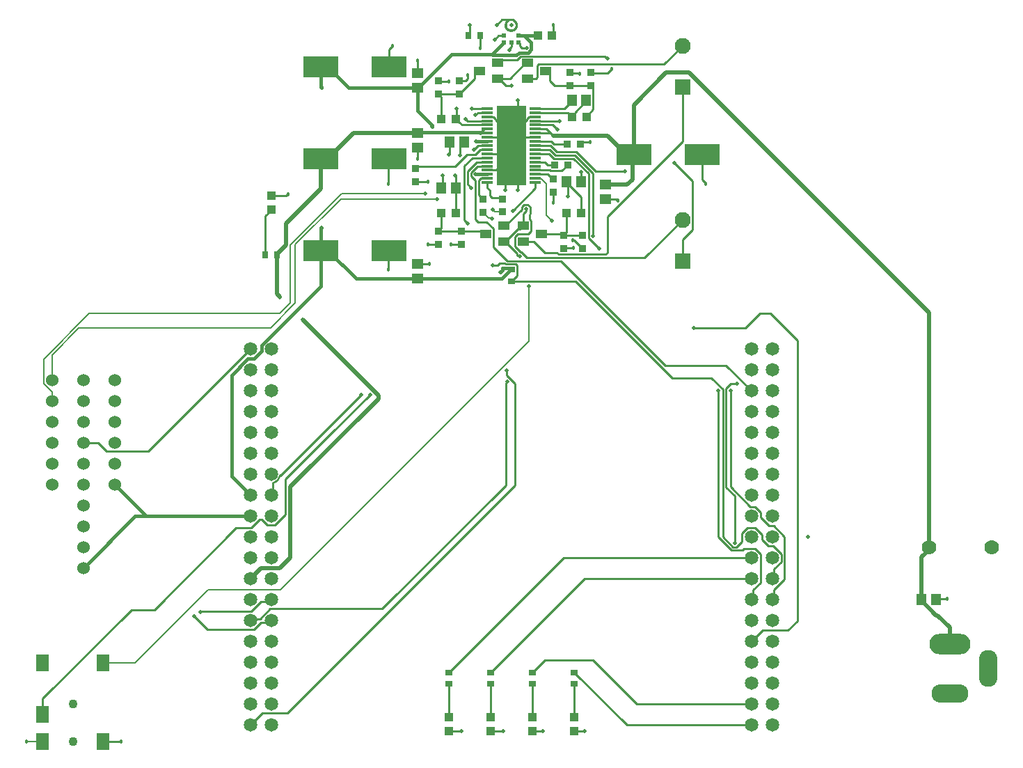
<source format=gtl>
G04*
G04 #@! TF.GenerationSoftware,Altium Limited,Altium Designer,20.2.4 (192)*
G04*
G04 Layer_Physical_Order=1*
G04 Layer_Color=255*
%FSLAX25Y25*%
%MOIN*%
G70*
G04*
G04 #@! TF.SameCoordinates,B3AF9CCF-9D14-4356-84A3-7319CC5DFEB4*
G04*
G04*
G04 #@! TF.FilePolarity,Positive*
G04*
G01*
G75*
%ADD12C,0.00800*%
%ADD13C,0.01500*%
%ADD14C,0.01000*%
%ADD19R,0.03661X0.03425*%
%ADD20R,0.05512X0.01181*%
%ADD21R,0.03900X0.04300*%
%ADD22R,0.04567X0.05787*%
%ADD23R,0.05787X0.04567*%
%ADD24R,0.03425X0.03661*%
%ADD25R,0.03937X0.04331*%
%ADD26R,0.05512X0.03937*%
%ADD27R,0.04331X0.03937*%
%ADD28R,0.16929X0.09843*%
%ADD29R,0.03543X0.03150*%
%ADD30R,0.03150X0.03543*%
%ADD31R,0.06299X0.07874*%
%ADD49C,0.01968*%
%ADD61R,0.14173X0.38189*%
%ADD62R,0.02362X0.02055*%
%ADD63R,0.00394X0.00394*%
%ADD64C,0.02000*%
%ADD65C,0.01800*%
%ADD66C,0.07000*%
%ADD67O,0.08858X0.17717*%
%ADD68O,0.17717X0.08858*%
%ADD69O,0.19685X0.09843*%
%ADD70C,0.06000*%
%ADD71C,0.07677*%
%ADD72R,0.07677X0.07677*%
%ADD73C,0.06457*%
%ADD74C,0.04331*%
%ADD75C,0.01800*%
%ADD76C,0.01850*%
G36*
X244759Y351611D02*
X244596Y351623D01*
X244435Y351645D01*
X244275Y351674D01*
X244116Y351712D01*
X243960Y351759D01*
X243807Y351813D01*
X243656Y351875D01*
X243509Y351945D01*
X243366Y352023D01*
X243227Y352108D01*
X243093Y352200D01*
X242964Y352299D01*
X242840Y352405D01*
X242722Y352517D01*
X242610Y352635D01*
X242504Y352759D01*
X242405Y352888D01*
X242313Y353023D01*
X242228Y353161D01*
X242150Y353305D01*
X242080Y353451D01*
X242018Y353602D01*
X241963Y353755D01*
X241917Y353911D01*
X241879Y354070D01*
X241849Y354230D01*
X241828Y354391D01*
X241815Y354554D01*
X241811Y354716D01*
Y354835D01*
X241815Y355001D01*
X241828Y355168D01*
X241850Y355333D01*
X241881Y355498D01*
X241920Y355660D01*
X241967Y355820D01*
X242023Y355978D01*
X242087Y356132D01*
X242159Y356282D01*
X242238Y356429D01*
X242325Y356572D01*
X242420Y356709D01*
X242522Y356841D01*
X242630Y356968D01*
X242745Y357090D01*
X242866Y357205D01*
X242993Y357313D01*
X243126Y357415D01*
X243263Y357509D01*
X243406Y357596D01*
X243552Y357676D01*
X243703Y357748D01*
X243857Y357812D01*
X244015Y357868D01*
X244175Y357915D01*
X244337Y357954D01*
X244501Y357984D01*
X244667Y358006D01*
X244833Y358019D01*
X245000Y358024D01*
X245039D01*
X245204Y358019D01*
X245369Y358006D01*
X245532Y357985D01*
X245694Y357955D01*
X245855Y357916D01*
X246013Y357870D01*
X246168Y357814D01*
X246320Y357751D01*
X246469Y357680D01*
X246614Y357602D01*
X246755Y357516D01*
X246891Y357422D01*
X247022Y357322D01*
X247147Y357215D01*
X247267Y357101D01*
X247380Y356981D01*
X247487Y356856D01*
X247587Y356725D01*
X247681Y356589D01*
X247767Y356449D01*
X247846Y356304D01*
X247917Y356155D01*
X247980Y356003D01*
X248035Y355847D01*
X248082Y355689D01*
X248120Y355529D01*
X248150Y355367D01*
X248172Y355203D01*
X248185Y355039D01*
X248189Y354874D01*
Y354756D01*
X248185Y354591D01*
X248172Y354427D01*
X248150Y354263D01*
X248120Y354101D01*
X248082Y353941D01*
X248035Y353783D01*
X247980Y353627D01*
X247917Y353475D01*
X247846Y353326D01*
X247767Y353181D01*
X247681Y353041D01*
X247587Y352905D01*
X247487Y352774D01*
X247380Y352648D01*
X247267Y352529D01*
X247147Y352415D01*
X247022Y352308D01*
X246891Y352208D01*
X246755Y352114D01*
X246614Y352028D01*
X246469Y351950D01*
X246320Y351879D01*
X246168Y351816D01*
X246013Y351760D01*
X245855Y351714D01*
X245694Y351675D01*
X245532Y351645D01*
X245369Y351624D01*
X245204Y351611D01*
X245039Y351606D01*
Y352787D01*
X245142Y352790D01*
X245245Y352798D01*
X245347Y352812D01*
X245449Y352830D01*
X245549Y352854D01*
X245648Y352884D01*
X245745Y352918D01*
X245840Y352958D01*
X245933Y353002D01*
X246024Y353051D01*
X246111Y353105D01*
X246196Y353163D01*
X246278Y353226D01*
X246357Y353293D01*
X246431Y353364D01*
X246502Y353439D01*
X246569Y353517D01*
X246632Y353599D01*
X246690Y353684D01*
X246744Y353772D01*
X246793Y353862D01*
X246838Y353955D01*
X246877Y354050D01*
X246912Y354148D01*
X246941Y354246D01*
X246965Y354347D01*
X246984Y354448D01*
X246997Y354550D01*
X247005Y354653D01*
X247008Y354756D01*
Y354835D01*
X247005Y354940D01*
X246997Y355045D01*
X246983Y355149D01*
X246964Y355252D01*
X246939Y355354D01*
X246910Y355455D01*
X246874Y355554D01*
X246834Y355651D01*
X246789Y355746D01*
X246739Y355839D01*
X246684Y355928D01*
X246624Y356015D01*
X246560Y356098D01*
X246492Y356178D01*
X246420Y356254D01*
X246343Y356327D01*
X246264Y356395D01*
X246180Y356459D01*
X246094Y356519D01*
X246004Y356574D01*
X245912Y356624D01*
X245817Y356669D01*
X245720Y356709D01*
X245620Y356744D01*
X245520Y356774D01*
X245417Y356799D01*
X245314Y356818D01*
X245210Y356832D01*
X245105Y356840D01*
X245000Y356842D01*
X244961D01*
X244858Y356840D01*
X244755Y356832D01*
X244653Y356818D01*
X244551Y356800D01*
X244451Y356775D01*
X244352Y356746D01*
X244255Y356712D01*
X244160Y356672D01*
X244067Y356628D01*
X243976Y356579D01*
X243888Y356525D01*
X243804Y356467D01*
X243722Y356404D01*
X243643Y356337D01*
X243569Y356266D01*
X243498Y356191D01*
X243431Y356113D01*
X243368Y356031D01*
X243310Y355946D01*
X243256Y355858D01*
X243207Y355768D01*
X243162Y355675D01*
X243123Y355579D01*
X243089Y355482D01*
X243059Y355383D01*
X243035Y355283D01*
X243016Y355182D01*
X243003Y355080D01*
X242995Y354977D01*
X242992Y354874D01*
Y354756D01*
X242995Y354653D01*
X243003Y354550D01*
X243016Y354448D01*
X243035Y354347D01*
X243059Y354246D01*
X243089Y354148D01*
X243123Y354050D01*
X243162Y353955D01*
X243207Y353862D01*
X243256Y353772D01*
X243310Y353684D01*
X243368Y353599D01*
X243431Y353517D01*
X243498Y353439D01*
X243569Y353364D01*
X243643Y353293D01*
X243722Y353226D01*
X243804Y353163D01*
X243888Y353105D01*
X243976Y353051D01*
X244067Y353002D01*
X244160Y352958D01*
X244255Y352918D01*
X244352Y352884D01*
X244451Y352854D01*
X244551Y352830D01*
X244653Y352812D01*
X244755Y352798D01*
X244858Y352790D01*
X244961Y352787D01*
Y351606D01*
X244921D01*
X244759Y351611D01*
D02*
G37*
D12*
X163361Y271500D02*
X209600D01*
X141600Y249739D02*
X163361Y271500D01*
X236976Y265529D02*
X240900D01*
X236100Y266405D02*
X236976Y265529D01*
X21000Y194980D02*
X42720Y216700D01*
X21000Y183343D02*
Y194980D01*
Y183343D02*
X25000Y179343D01*
Y175000D02*
Y179343D01*
X42720Y216700D02*
X134000D01*
X25000Y185000D02*
Y197000D01*
X37836Y209836D02*
X129664D01*
X25000Y197000D02*
X37836Y209836D01*
X134000Y216700D02*
X139000Y221700D01*
Y249500D01*
X141600Y221772D02*
Y249739D01*
X129664Y209836D02*
X141600Y221772D01*
X163725Y274225D02*
X203900D01*
X139000Y249500D02*
X163725Y274225D01*
X231400Y265229D02*
X231518D01*
X234246Y262501D01*
X235599D01*
X235800Y262300D01*
X261848Y263752D02*
Y279015D01*
X259597Y281266D02*
X261848Y279015D01*
X256805Y281266D02*
X259597D01*
X256614Y281457D02*
X256805Y281266D01*
X261848Y263752D02*
X264300Y261300D01*
X253300Y203600D02*
Y229900D01*
X134350Y84650D02*
X253300Y203600D01*
X99750Y84650D02*
X134350D01*
X64785Y49685D02*
X99750Y84650D01*
X49567Y49685D02*
X64785D01*
X20243Y11700D02*
X20433Y11890D01*
X12700Y11700D02*
X20243D01*
D13*
X170650Y233555D02*
X200000D01*
X153661Y229936D02*
Y247000D01*
X157205D02*
X170650Y233555D01*
X125422Y201696D02*
X153661Y229936D01*
Y257539D02*
X154061Y257939D01*
X153661Y247000D02*
Y257539D01*
X239882Y236613D02*
X240761Y237491D01*
X239882Y236518D02*
Y236613D01*
X240761Y237491D02*
Y238581D01*
X243978D01*
X228125Y299067D02*
X229993D01*
X233358Y299145D02*
X233386Y299173D01*
X233360Y283452D02*
X233386Y283425D01*
X227975Y299217D02*
X228125Y299067D01*
X230071Y299145D02*
X233358D01*
X227748Y283452D02*
X233360D01*
X229993Y299067D02*
X230071Y299145D01*
X111000Y138800D02*
X120000Y129800D01*
X64800Y119800D02*
X70200D01*
X55000Y135000D02*
X70200Y119800D01*
X120000D01*
X247558Y340525D02*
X248692Y341659D01*
X236137Y340525D02*
X247558D01*
X235661Y341000D02*
X236137Y340525D01*
X251122Y349878D02*
X254575Y346425D01*
Y343058D02*
Y346425D01*
X253176Y341659D02*
X254575Y343058D01*
X248692Y341659D02*
X253176D01*
X207200Y306300D02*
Y306800D01*
X200000Y314000D02*
X207200Y306800D01*
X200255Y303500D02*
X230125D01*
X248604Y349939D02*
X257593D01*
X248543Y349878D02*
X248604Y349939D01*
X257593D02*
X257653Y350000D01*
X244803Y237756D02*
Y237756D01*
X243978Y238581D02*
X244803Y237756D01*
X153661Y325433D02*
Y335000D01*
Y325433D02*
X154000Y325095D01*
Y325000D02*
Y325095D01*
X111000Y187275D02*
X118947Y195222D01*
X125422Y198747D02*
Y201696D01*
X121896Y195222D02*
X125422Y198747D01*
X118947Y195222D02*
X121896D01*
X111000Y138800D02*
Y187275D01*
X40000Y95000D02*
X64800Y119800D01*
X200000Y233555D02*
X240602D01*
X244803Y237756D01*
X248543Y349878D02*
X251122D01*
X241303Y346642D02*
X241457D01*
X235661Y341000D02*
X241303Y346642D01*
X200000Y325000D02*
X200610D01*
X216610Y341000D01*
X235661D01*
X200000Y314000D02*
Y325000D01*
X167205D02*
X200000D01*
X157205Y335000D02*
X167205Y325000D01*
X153661Y335000D02*
X157205D01*
X153661Y247000D02*
X157205D01*
D14*
X130850Y135556D02*
G03*
X134299Y139299I-850J4244D01*
G01*
X283071Y332000D02*
X291172D01*
X293000Y333828D01*
X290770Y339000D02*
X291000D01*
X289961Y339809D02*
X290770Y339000D01*
X245700Y265827D02*
X256614Y276741D01*
X245700Y265713D02*
Y265827D01*
X229038Y260662D02*
X233287D01*
X227930Y261770D02*
Y280406D01*
Y261770D02*
X229038Y260662D01*
X233386Y276982D02*
X234669Y275699D01*
X240500Y272071D02*
X240900Y271671D01*
X234669Y273284D02*
Y275699D01*
Y273284D02*
X235882Y272071D01*
X233386Y276982D02*
Y279488D01*
X235882Y272071D02*
X240500D01*
X222523Y261452D02*
X223975Y260000D01*
X222523Y261452D02*
Y287523D01*
X137734Y25472D02*
X246900Y134637D01*
Y183264D01*
X242800Y187364D02*
X246900Y183264D01*
X136900Y120579D02*
Y137471D01*
X158600Y159171D02*
Y159171D01*
X136900Y137471D02*
X158600Y159171D01*
X134299Y139299D02*
X173000Y178000D01*
X130850Y130650D02*
Y135556D01*
X318825Y191975D02*
X347825D01*
X268883Y241916D02*
X318825Y191975D01*
X251470Y241916D02*
X268883D01*
X245197Y232244D02*
X275856D01*
X322100Y186000D02*
X340864D01*
X275856Y232244D02*
X322100Y186000D01*
X242400Y183500D02*
X243100Y184200D01*
X242400Y134663D02*
Y183500D01*
X183209Y75472D02*
X242400Y134663D01*
X242800Y187364D02*
Y189500D01*
X252529Y243516D02*
X308832D01*
X247837Y244642D02*
X248309D01*
X246813Y248836D02*
X249473Y246176D01*
X248895Y244056D02*
X249125D01*
X248309Y244642D02*
X248895Y244056D01*
X247837Y244642D02*
Y245541D01*
X249473Y246176D02*
X249869D01*
X246813Y248836D02*
Y253684D01*
X249869Y246176D02*
X252529Y243516D01*
X93000Y72000D02*
X99528Y65472D01*
X121793D01*
X20433Y24882D02*
Y32433D01*
X158600Y159171D02*
X177429Y178000D01*
X223230Y310000D02*
X224214Y309016D01*
X233386Y293268D02*
X241063D01*
X249255Y301848D02*
X250981D01*
X248000Y276000D02*
Y294205D01*
X241063Y301142D02*
X242000Y300205D01*
X263279Y293268D02*
X265616Y290931D01*
X248000Y300593D02*
X249255Y301848D01*
X237304Y309630D02*
X242000Y304934D01*
X233386Y310984D02*
X233476Y310894D01*
X227904Y311800D02*
X229028Y312924D01*
X256524Y310894D02*
X256614Y310984D01*
Y295236D02*
X263573D01*
X256614Y305079D02*
X261921D01*
X250032Y306966D02*
X252588Y309523D01*
X242000Y289475D02*
Y294205D01*
X226039Y314961D02*
X233347D01*
X274807Y290931D02*
X282025Y283712D01*
X233386Y285394D02*
X237919D01*
X284000Y254000D02*
Y284000D01*
X267992Y309008D02*
X268000Y309000D01*
X223000Y310000D02*
X223230D01*
X242000Y304934D02*
X245000Y301934D01*
X227900Y311800D02*
X227904D01*
X266279Y292531D02*
X275469D01*
X224123Y278781D02*
X225905Y277000D01*
X253590Y310894D02*
X256524D01*
X287000Y248000D02*
X287025D01*
X256614Y303110D02*
X263890D01*
X249255Y306966D02*
X250032D01*
X245000Y301934D02*
X248000Y304934D01*
X242000Y276000D02*
Y289475D01*
X233358Y312924D02*
X233386Y312953D01*
X282025Y259161D02*
Y283712D01*
X248000Y300205D02*
Y300593D01*
X242000Y300205D02*
Y304934D01*
X229028Y312924D02*
X233358D01*
X281975Y253025D02*
X287000Y248000D01*
X237304Y309630D02*
Y309999D01*
X256622Y309008D02*
X267992D01*
X233386Y301142D02*
X241063D01*
X252588Y309523D02*
Y309892D01*
X256614Y309016D02*
X256622Y309008D01*
X224214Y309016D02*
X233386D01*
X264953Y307047D02*
X267000Y305000D01*
X248000Y304934D02*
Y319000D01*
X229171Y297205D02*
X233386D01*
X224123Y284953D02*
X228501Y289331D01*
X263573Y295236D02*
X266279Y292531D01*
X248000Y304934D02*
Y305711D01*
X241063Y293268D02*
X242000Y294205D01*
X233347Y314961D02*
X233386Y314921D01*
X250981Y301848D02*
X251688Y301142D01*
X245000Y297205D02*
X248000Y300205D01*
X245000Y297205D02*
X248000Y294205D01*
X281975Y253025D02*
Y259111D01*
X233476Y310894D02*
X236410D01*
X256614Y276741D02*
Y279488D01*
X222523Y287523D02*
X226299Y291299D01*
X251688Y301142D02*
X256614D01*
X248000Y300205D02*
Y304934D01*
X242000Y294205D02*
X245000Y297205D01*
X226000Y315000D02*
X226039Y314961D01*
X256614Y293268D02*
X263279D01*
X281975Y259111D02*
X282025Y259161D01*
X252588Y309892D02*
X253590Y310894D01*
X261921Y305079D02*
X263890Y303110D01*
X248000Y305711D02*
X249255Y306966D01*
X237919Y285394D02*
X242000Y289475D01*
X275469Y292531D02*
X284000Y284000D01*
X236410Y310894D02*
X237304Y309999D01*
X227100Y295133D02*
X229171Y297205D01*
X224123Y278781D02*
Y284953D01*
X226299Y291299D02*
X233386D01*
X228501Y289331D02*
X233386D01*
X265616Y290931D02*
X274807D01*
X256614Y307047D02*
X264953D01*
X124586Y118265D02*
X125414D01*
X120450Y114128D02*
X124586Y118265D01*
X128207Y115472D02*
X131793D01*
X125414Y118265D02*
X128207Y115472D01*
X113137Y114128D02*
X120450D01*
X338000Y279000D02*
Y279071D01*
X336339Y280733D02*
X338000Y279071D01*
X336339Y280733D02*
Y293000D01*
X186000Y246661D02*
X186339Y247000D01*
X186000Y238000D02*
Y246661D01*
X279000Y254071D02*
X280000Y255071D01*
X209988Y311665D02*
X211457Y310197D01*
Y310000D02*
Y310197D01*
X218800Y310657D02*
X219000Y310457D01*
X218543Y310000D02*
X219000Y310457D01*
X218800Y310657D02*
Y314800D01*
X350286Y183200D02*
X353200D01*
X347950Y180864D02*
X350286Y183200D01*
X224488Y350000D02*
X225200Y350712D01*
Y354800D01*
X223166Y328071D02*
X224200Y329105D01*
Y331000D01*
X220000Y328071D02*
X223166D01*
X225723Y282613D02*
X227930Y280406D01*
X228705Y287272D02*
X233295D01*
X225723Y284290D02*
X228705Y287272D01*
X225723Y282613D02*
Y284290D01*
X200000Y240445D02*
X205655D01*
X448545Y80100D02*
X453800D01*
X448445Y80000D02*
X448545Y80100D01*
X244100Y343605D02*
X245000Y344505D01*
X244100Y342800D02*
Y343605D01*
X249224Y345006D02*
X250230Y344000D01*
X252300D01*
X249458Y339809D02*
X289961D01*
X247858Y338209D02*
X249458Y339809D01*
X285463Y284800D02*
X299300D01*
X276132Y294131D02*
X285463Y284800D01*
X227805Y292975D02*
X230067Y295236D01*
X233386D01*
X223739Y292975D02*
X227805D01*
X220400Y296845D02*
X222445Y298890D01*
X220400Y292500D02*
Y296845D01*
X218047Y287283D02*
X223739Y292975D01*
X200213Y287283D02*
X218047D01*
X200000Y290900D02*
Y296355D01*
X279580Y298900D02*
X282800D01*
X279276Y299205D02*
X279580Y298900D01*
X230293Y303332D02*
X232039Y305079D01*
X270000Y247929D02*
X270171Y248100D01*
X274800D01*
X274535Y252000D02*
X275071D01*
X279071Y248000D01*
X279000Y247929D02*
X279071Y248000D01*
X267714Y245116D02*
X290117D01*
X308832Y243516D02*
X327000Y261685D01*
X290117Y245116D02*
X291000Y246000D01*
Y263172D01*
X273921Y318311D02*
Y318921D01*
X270532Y314921D02*
X273921Y318311D01*
X256614Y314921D02*
X270532D01*
X120000Y29800D02*
X120850Y30650D01*
X129550Y75472D02*
X183209D01*
X125672Y25472D02*
X137734D01*
X120000Y19800D02*
X125672Y25472D01*
X120000Y69800D02*
X120850Y70650D01*
X124728D01*
X129550Y75472D01*
X242118Y251260D02*
X247837Y245541D01*
X251161Y269025D02*
X252839D01*
X254025Y267839D01*
Y264396D02*
Y267839D01*
X253881Y264252D02*
X254025Y264396D01*
X249975Y267839D02*
X251161Y269025D01*
X242118Y258740D02*
X249975Y266597D01*
Y267839D01*
X252000Y266000D02*
Y267000D01*
X250669Y264669D02*
X252000Y266000D01*
X253881Y261809D02*
Y264252D01*
Y261809D02*
X254525Y261164D01*
Y256316D02*
Y261164D01*
X250669Y258740D02*
Y264669D01*
X239118Y329260D02*
X244402D01*
X238331D02*
X239118D01*
X242378Y326000D01*
X245000D01*
X236525Y248602D02*
Y257424D01*
X239547Y241025D02*
X241839D01*
X243096Y242031D02*
X251355D01*
X241839Y241025D02*
X242433Y240431D01*
X247227D01*
X236525Y248602D02*
X243096Y242031D01*
X236000Y240000D02*
X238522D01*
X239547Y241025D01*
X230882Y272071D02*
X231000D01*
X229530Y273423D02*
X230882Y272071D01*
X229530Y273423D02*
Y280534D01*
X231882Y255000D02*
X232669D01*
X230413Y253532D02*
X231882Y255000D01*
X211457Y310197D02*
Y320590D01*
X205000Y250000D02*
X209929D01*
X199071Y280000D02*
X205000D01*
X347950Y133466D02*
Y180864D01*
Y133466D02*
X352000Y129416D01*
X346350Y109786D02*
Y180515D01*
Y109786D02*
X351161Y104975D01*
X340864Y186000D02*
X346350Y180515D01*
X364328Y119350D02*
X368624Y115055D01*
X349975Y133704D02*
X359550Y124128D01*
X361793D01*
X364328Y121593D01*
Y119350D02*
Y121593D01*
X352000Y107000D02*
Y129416D01*
X349975Y133704D02*
Y180025D01*
X344000Y109873D02*
Y180000D01*
Y109873D02*
X350498Y103375D01*
X347825Y191975D02*
X360000Y179800D01*
X357136Y210000D02*
X364161Y217025D01*
X332375Y210000D02*
X357136D01*
X364161Y217025D02*
X368975D01*
X295228Y271555D02*
X295783Y271000D01*
X296000D01*
X290000Y271555D02*
X295228D01*
X355523Y107659D02*
Y111444D01*
X358207Y114128D01*
X351161Y104975D02*
X352839D01*
X355523Y107659D01*
X365000Y108679D02*
Y110921D01*
X361793Y114128D02*
X365000Y110921D01*
Y108679D02*
X368207Y105472D01*
X358207Y114128D02*
X361793D01*
X215197Y45000D02*
X269998Y99800D01*
X364328Y88007D02*
Y101593D01*
X350498Y103375D02*
X355769D01*
X356522Y104128D02*
X361793D01*
X269998Y99800D02*
X360000D01*
X355769Y103375D02*
X356522Y104128D01*
X361793D02*
X364328Y101593D01*
X375928Y89607D02*
Y109993D01*
X370850Y94528D02*
X374328Y98007D01*
Y101593D01*
X368624Y115055D02*
X370867D01*
X370000Y89800D02*
X370850Y90650D01*
X370450Y105472D02*
X374328Y101593D01*
X370867Y115055D02*
X375928Y109993D01*
X370850Y90650D02*
Y94528D01*
X368207Y105472D02*
X370450D01*
X370850Y84528D02*
X375928Y89607D01*
X360850Y80650D02*
Y84528D01*
X360000Y79800D02*
X360850Y80650D01*
Y84528D02*
X364328Y88007D01*
X278071Y298000D02*
X279276Y299205D01*
X368975Y217025D02*
X382000Y204000D01*
X370000Y79800D02*
X370850Y80650D01*
Y84528D01*
X245000Y344505D02*
Y346642D01*
X323000Y289000D02*
X331939Y280061D01*
X238878Y349878D02*
X241457D01*
X237000Y348000D02*
X238878Y349878D01*
X265000Y351346D02*
X265347Y351000D01*
X265000Y351346D02*
Y355000D01*
X248543Y346642D02*
X248697D01*
X249224Y346114D01*
Y345006D02*
Y346114D01*
X247872Y234920D02*
Y239787D01*
X247227Y240431D02*
X247872Y239787D01*
X245197Y232244D02*
X247872Y234920D01*
X251355Y242031D02*
X251470Y241916D01*
X278437Y280008D02*
Y284437D01*
Y280008D02*
X278445Y280000D01*
X266941Y294131D02*
X276132D01*
X263867Y297205D02*
X266941Y294131D01*
X263321Y285394D02*
X263646Y285069D01*
X272071Y287882D02*
Y288000D01*
X263646Y285069D02*
X269258D01*
X272071Y287882D01*
X265335Y298000D02*
X271929D01*
X264161Y299173D02*
X265335Y298000D01*
X272000Y278945D02*
X278543Y272401D01*
X272000Y278945D02*
Y279555D01*
Y273000D02*
Y278945D01*
X271555Y280000D02*
X272000Y279555D01*
X265882Y325929D02*
X273000D01*
X263587Y328224D02*
X265882Y325929D01*
X274000Y311000D02*
Y311197D01*
X272532Y312665D02*
X274000Y311197D01*
X272335Y312665D02*
X272532D01*
X272047Y312953D02*
X272335Y312665D01*
X256614Y312953D02*
X272047D01*
X265000Y270000D02*
Y274929D01*
X261000Y246000D02*
X266830D01*
X267714Y245116D01*
X255740Y251260D02*
X261000Y246000D01*
X233287Y260662D02*
X236525Y257424D01*
X233295Y287272D02*
X233386Y287362D01*
X230362Y281366D02*
X233295D01*
X229530Y280534D02*
X230362Y281366D01*
X120450Y74128D02*
X125272Y78950D01*
X96128Y74128D02*
X120450D01*
X256614Y297205D02*
X263867D01*
X131793Y115472D02*
X136900Y120579D01*
X130000Y129800D02*
X130850Y130650D01*
X63000Y75000D02*
X74009D01*
X113137Y114128D01*
X71100Y150900D02*
X120000Y199800D01*
X51076Y150900D02*
X71100D01*
X20433Y32433D02*
X63000Y75000D01*
X216000Y250000D02*
X220929D01*
X382000Y69586D02*
Y204000D01*
X360000Y59800D02*
X365415Y65215D01*
X377629D01*
X382000Y69586D01*
X246813Y253684D02*
X248129Y255000D01*
X253209D02*
X254525Y256316D01*
X241331Y258740D02*
X242118D01*
X248129Y255000D02*
X253209D01*
X129150Y68950D02*
X130000Y69800D01*
X125272Y68950D02*
X129150D01*
X121793Y65472D02*
X125272Y68950D01*
X129150Y78950D02*
X130000Y79800D01*
X125272Y78950D02*
X129150D01*
X96000Y74000D02*
X96128Y74128D01*
X40000Y155000D02*
X46976D01*
X51076Y150900D01*
X275000Y16750D02*
X275250Y17000D01*
X280000D01*
X255000Y16750D02*
X255250Y17000D01*
X260000D01*
X235000Y16750D02*
X235250Y17000D01*
X241000D01*
X215000Y16750D02*
X215250Y17000D01*
X221000D01*
X215000Y23450D02*
Y39488D01*
X235000Y23450D02*
Y39488D01*
X255000Y23450D02*
Y39488D01*
X275000Y23450D02*
Y39488D01*
X300396Y19800D02*
X360000D01*
X275197Y45000D02*
X300396Y19800D01*
X275000Y45000D02*
X275197D01*
X255000D02*
X255197D01*
X261198Y51000D01*
X284000D01*
X305200Y29800D02*
X360000D01*
X284000Y51000D02*
X305200Y29800D01*
X279998Y89800D02*
X360000D01*
X235197Y45000D02*
X279998Y89800D01*
X235000Y45000D02*
X235197D01*
X215000D02*
X215197D01*
X230000Y344000D02*
Y350000D01*
X127244Y245000D02*
Y263594D01*
X130000Y266350D01*
Y266550D01*
X238331Y336740D02*
X239799Y338209D01*
X247858D01*
X327000Y242000D02*
Y252065D01*
X331939Y257004D01*
Y280061D01*
X327000Y299172D02*
Y325315D01*
X291000Y263172D02*
X327000Y299172D01*
X257475Y335424D02*
X258119Y336069D01*
X318069D01*
X257475Y329846D02*
Y335424D01*
X318069Y336069D02*
X327000Y345000D01*
X273071Y332000D02*
X277271D01*
X256889Y329260D02*
X257475Y329846D01*
X277271Y332000D02*
X277671Y331600D01*
X277887D01*
X252669Y329260D02*
X256889D01*
X250669Y251260D02*
X255740D01*
X240445Y357445D02*
X245061D01*
X238000Y355000D02*
X240445Y357445D01*
X215555Y293785D02*
Y299000D01*
X215000Y293230D02*
X215555Y293785D01*
X215000Y293000D02*
Y293230D01*
X218543Y309803D02*
Y310000D01*
Y309803D02*
X220011Y308335D01*
X220209D01*
X221496Y307047D01*
X233386D01*
X211555Y277000D02*
X212000Y277445D01*
Y283000D01*
X218445Y277000D02*
Y282325D01*
X218000Y282770D02*
X218445Y282325D01*
X218000Y282770D02*
Y283000D01*
X199000Y286071D02*
X200213Y287283D01*
X263890Y303110D02*
X265000Y302000D01*
X263587Y328224D02*
Y331532D01*
X262118Y333000D02*
X263587Y331532D01*
X261331Y333000D02*
X262118D01*
X220118Y321929D02*
X227413Y329224D01*
Y331532D01*
X228882Y333000D01*
X229669D01*
X220000Y321929D02*
X220118D01*
X210118D02*
X220000D01*
X210000D02*
X210118D01*
X211457Y320590D01*
X244402Y329260D02*
X251882Y336740D01*
X252669D01*
X241331Y251260D02*
X242118D01*
X248130Y257272D01*
X249201D01*
X250669Y258740D01*
X269189Y255000D02*
X270118Y254071D01*
X259331Y255000D02*
X269189D01*
X231598Y256071D02*
X232669Y255000D01*
X221000Y256071D02*
X231598D01*
X218445Y265099D02*
Y277000D01*
Y265099D02*
X218543Y265000D01*
X210118Y256071D02*
X221000D01*
X211457Y257410D02*
Y265000D01*
X210118Y256071D02*
X211457Y257410D01*
X210000Y256071D02*
X210118D01*
X270118Y254071D02*
X279000D01*
X271457Y255410D02*
Y265000D01*
X270118Y254071D02*
X271457Y255410D01*
X278543Y265000D02*
Y272401D01*
X256614Y283425D02*
X262528D01*
X264882Y281071D01*
X265000D01*
X233295Y281366D02*
X233386Y281457D01*
X256614Y285394D02*
X263321D01*
X262413Y288000D02*
X265929D01*
X261083Y289331D02*
X262413Y288000D01*
X256614Y289331D02*
X261083D01*
X256614Y299173D02*
X264161D01*
X273000Y325929D02*
X283000D01*
X283061D01*
X284273Y324716D01*
Y314384D02*
Y324716D01*
X281087Y311197D02*
X284273Y314384D01*
X281087Y311000D02*
Y311197D01*
X280890Y318390D02*
Y319000D01*
X275469Y312969D02*
X280890Y318390D01*
X275469Y312469D02*
Y312969D01*
X274000Y311000D02*
X275469Y312469D01*
X273921Y318921D02*
X274000Y319000D01*
X232039Y305079D02*
X233386D01*
X186000Y279000D02*
Y290661D01*
X186339Y291000D01*
X49567Y11890D02*
X49677Y12000D01*
X58000D01*
X220929Y250000D02*
X221000Y249929D01*
X209929Y250000D02*
X210000Y249929D01*
X130000Y273250D02*
X137033D01*
X137784Y274000D01*
X138000D01*
X283000Y332071D02*
X283071Y332000D01*
X273000Y332071D02*
X273071Y332000D01*
X210000Y328071D02*
X210071Y328000D01*
X215000D01*
X200000Y331890D02*
Y338000D01*
X186339Y335000D02*
Y343267D01*
X188000Y344929D01*
Y345000D01*
D19*
X231400Y271371D02*
D03*
Y265229D02*
D03*
X240900Y271671D02*
D03*
Y265529D02*
D03*
X265000Y281071D02*
D03*
Y274929D02*
D03*
X273000Y332071D02*
D03*
Y325929D02*
D03*
X283000Y332071D02*
D03*
Y325929D02*
D03*
X279000Y247929D02*
D03*
Y254071D02*
D03*
X270000Y247929D02*
D03*
Y254071D02*
D03*
X221000Y249929D02*
D03*
Y256071D02*
D03*
X210000Y249929D02*
D03*
Y256071D02*
D03*
X199000Y286071D02*
D03*
Y279929D02*
D03*
X220000Y328071D02*
D03*
Y321929D02*
D03*
X210000Y328071D02*
D03*
Y321929D02*
D03*
D20*
X256614Y314921D02*
D03*
Y312953D02*
D03*
Y310984D02*
D03*
Y309016D02*
D03*
Y307047D02*
D03*
Y305079D02*
D03*
Y303110D02*
D03*
Y301142D02*
D03*
Y299173D02*
D03*
Y297205D02*
D03*
Y295236D02*
D03*
Y293268D02*
D03*
Y291299D02*
D03*
Y289331D02*
D03*
Y287362D02*
D03*
Y285394D02*
D03*
Y283425D02*
D03*
Y281457D02*
D03*
Y279488D02*
D03*
X233386D02*
D03*
Y281457D02*
D03*
Y283425D02*
D03*
Y285394D02*
D03*
Y287362D02*
D03*
Y289331D02*
D03*
Y291299D02*
D03*
Y293268D02*
D03*
Y295236D02*
D03*
Y297205D02*
D03*
Y299173D02*
D03*
Y301142D02*
D03*
Y303110D02*
D03*
Y305079D02*
D03*
Y307047D02*
D03*
Y309016D02*
D03*
Y310984D02*
D03*
Y312953D02*
D03*
Y314921D02*
D03*
D21*
X275000Y16750D02*
D03*
Y23450D02*
D03*
X255000Y16750D02*
D03*
Y23450D02*
D03*
X235000Y16750D02*
D03*
Y23450D02*
D03*
X215000Y16750D02*
D03*
Y23450D02*
D03*
X130000Y266550D02*
D03*
Y273250D02*
D03*
D22*
X448445Y80000D02*
D03*
X441555D02*
D03*
X278445Y280000D02*
D03*
X271555D02*
D03*
X274000Y319000D02*
D03*
X280890D02*
D03*
X211555Y277000D02*
D03*
X218445D02*
D03*
X215555Y299000D02*
D03*
X222445D02*
D03*
D23*
X290000Y271555D02*
D03*
Y278445D02*
D03*
X200000Y240445D02*
D03*
Y233555D02*
D03*
Y296355D02*
D03*
Y303245D02*
D03*
Y331890D02*
D03*
Y325000D02*
D03*
D24*
X265929Y288000D02*
D03*
X272071D02*
D03*
X271929Y298000D02*
D03*
X278071D02*
D03*
D25*
X278543Y265000D02*
D03*
X271457D02*
D03*
X274000Y311000D02*
D03*
X281087D02*
D03*
X218543Y265000D02*
D03*
X211457D02*
D03*
X218543Y310000D02*
D03*
X211457D02*
D03*
D26*
X229669Y333000D02*
D03*
X238331Y336740D02*
D03*
Y329260D02*
D03*
X261331Y333000D02*
D03*
X252669Y329260D02*
D03*
Y336740D02*
D03*
X232669Y255000D02*
D03*
X241331Y258740D02*
D03*
Y251260D02*
D03*
X259331Y255000D02*
D03*
X250669Y251260D02*
D03*
Y258740D02*
D03*
D27*
X257653Y350000D02*
D03*
X264347D02*
D03*
D28*
X303661Y293000D02*
D03*
X336339D02*
D03*
X153661Y335000D02*
D03*
X186339D02*
D03*
X153661Y247000D02*
D03*
X186339D02*
D03*
X153661Y291000D02*
D03*
X186339D02*
D03*
D29*
X245000Y237756D02*
D03*
Y232245D02*
D03*
X215000Y44999D02*
D03*
Y39488D02*
D03*
X235000Y44999D02*
D03*
Y39488D02*
D03*
X255000Y44999D02*
D03*
Y39488D02*
D03*
X275000Y44999D02*
D03*
Y39488D02*
D03*
D30*
X224488Y350000D02*
D03*
X230000D02*
D03*
X127245Y245000D02*
D03*
X132756D02*
D03*
D31*
X20433Y11890D02*
D03*
Y24882D02*
D03*
Y49685D02*
D03*
X49567Y11890D02*
D03*
Y49685D02*
D03*
D49*
X250118Y299764D02*
D03*
X245000D02*
D03*
X239882D02*
D03*
X250118Y304882D02*
D03*
X245000D02*
D03*
X239882D02*
D03*
Y315118D02*
D03*
X245000D02*
D03*
X250118D02*
D03*
X239882Y310000D02*
D03*
X245000D02*
D03*
X250118D02*
D03*
Y284409D02*
D03*
X245000D02*
D03*
X239882D02*
D03*
X250118Y279291D02*
D03*
X245000D02*
D03*
X239882D02*
D03*
Y289528D02*
D03*
X245000D02*
D03*
X250118D02*
D03*
X239882Y294646D02*
D03*
X245000D02*
D03*
X250118D02*
D03*
X245000Y354807D02*
D03*
D61*
Y297205D02*
D03*
D62*
X248543Y346642D02*
D03*
Y349878D02*
D03*
X241457D02*
D03*
Y346642D02*
D03*
X245000D02*
D03*
D63*
X245061Y357445D02*
D03*
D64*
X134200Y224400D02*
Y224800D01*
X132756Y226244D02*
X134200Y224800D01*
X132756Y226244D02*
Y245000D01*
X133331Y245575D01*
Y245772D01*
X137000Y249441D01*
Y259929D01*
X153661Y276590D01*
Y291000D01*
X139000Y133700D02*
X181322Y176022D01*
X139000Y100000D02*
Y133700D01*
X145000Y214000D02*
X181322Y177678D01*
Y176022D02*
Y177678D01*
X125172Y94972D02*
X133972D01*
X139000Y100000D01*
X199000Y303245D02*
X200000D01*
X169450D02*
X199000D01*
X157205Y291000D02*
X169450Y303245D01*
X153661Y291000D02*
X157205D01*
X120000Y89800D02*
X125172Y94972D01*
X445000Y105000D02*
Y217255D01*
Y103647D02*
Y105000D01*
X330083Y332172D02*
X445000Y217255D01*
X303661Y316661D02*
X319172Y332172D01*
X330083D01*
X303661Y293000D02*
Y316661D01*
X441555Y80000D02*
Y100202D01*
X445000Y103647D01*
X455000Y58622D02*
Y66543D01*
X449219Y72325D02*
X455000Y66543D01*
X448620Y72325D02*
X449219D01*
X441555Y79390D02*
X448620Y72325D01*
X441555Y79390D02*
Y80000D01*
X300118Y293000D02*
X303661D01*
X291118Y302000D02*
X300118Y293000D01*
X265000Y302000D02*
X291118D01*
X303000Y292339D02*
X303661Y293000D01*
X303000Y281000D02*
Y292339D01*
X290000Y278445D02*
X300445D01*
X303000Y281000D01*
D65*
X200000Y303245D02*
X200255Y303500D01*
X230125D02*
X230293Y303332D01*
D66*
X475000Y105000D02*
D03*
X445000D02*
D03*
D67*
X473504Y46811D02*
D03*
D68*
X455000Y35000D02*
D03*
D69*
Y58622D02*
D03*
D70*
X55000Y185000D02*
D03*
Y175000D02*
D03*
Y165000D02*
D03*
Y155000D02*
D03*
Y145000D02*
D03*
Y135000D02*
D03*
X40000Y95000D02*
D03*
Y105000D02*
D03*
Y115000D02*
D03*
Y125000D02*
D03*
Y135000D02*
D03*
Y145000D02*
D03*
Y155000D02*
D03*
Y165000D02*
D03*
Y175000D02*
D03*
Y185000D02*
D03*
X25000D02*
D03*
Y175000D02*
D03*
Y165000D02*
D03*
Y155000D02*
D03*
Y145000D02*
D03*
Y135000D02*
D03*
D71*
X327000Y345000D02*
D03*
Y261685D02*
D03*
D72*
Y325315D02*
D03*
Y242000D02*
D03*
D73*
X120000Y19800D02*
D03*
X130000D02*
D03*
X120000Y29800D02*
D03*
X130000D02*
D03*
X120000Y39800D02*
D03*
X130000D02*
D03*
X120000Y49800D02*
D03*
X130000D02*
D03*
X120000Y59800D02*
D03*
X130000D02*
D03*
X120000Y69800D02*
D03*
X130000D02*
D03*
X120000Y79800D02*
D03*
X130000D02*
D03*
X120000Y89800D02*
D03*
X130000D02*
D03*
X120000Y99800D02*
D03*
X130000D02*
D03*
X120000Y109800D02*
D03*
X130000D02*
D03*
X120000Y119800D02*
D03*
X130000D02*
D03*
X120000Y129800D02*
D03*
X130000D02*
D03*
X120000Y139800D02*
D03*
X130000D02*
D03*
X120000Y149800D02*
D03*
X130000D02*
D03*
X120000Y159800D02*
D03*
X130000D02*
D03*
X120000Y169800D02*
D03*
X130000D02*
D03*
X120000Y179800D02*
D03*
X130000D02*
D03*
X120000Y189800D02*
D03*
X130000D02*
D03*
X120000Y199800D02*
D03*
X130000D02*
D03*
X360000Y19800D02*
D03*
X370000D02*
D03*
X360000Y29800D02*
D03*
X370000D02*
D03*
X360000Y39800D02*
D03*
X370000D02*
D03*
X360000Y49800D02*
D03*
X370000D02*
D03*
X360000Y59800D02*
D03*
X370000D02*
D03*
X360000Y69800D02*
D03*
X370000D02*
D03*
X360000Y79800D02*
D03*
X370000D02*
D03*
X360000Y89800D02*
D03*
X370000D02*
D03*
X360000Y99800D02*
D03*
X370000D02*
D03*
X360000Y109800D02*
D03*
X370000D02*
D03*
X360000Y119800D02*
D03*
X370000D02*
D03*
X360000Y129800D02*
D03*
X370000D02*
D03*
X360000Y139800D02*
D03*
X370000D02*
D03*
X360000Y149800D02*
D03*
X370000D02*
D03*
X360000Y159800D02*
D03*
X370000D02*
D03*
X360000Y169800D02*
D03*
X370000D02*
D03*
X360000Y179800D02*
D03*
X370000D02*
D03*
X360000Y189800D02*
D03*
X370000D02*
D03*
X360000Y199800D02*
D03*
X370000D02*
D03*
D74*
X35000Y11890D02*
D03*
Y30000D02*
D03*
D75*
X293000Y333828D02*
D03*
X12700Y11700D02*
D03*
X338000Y279000D02*
D03*
X186000Y238000D02*
D03*
X224200Y331000D02*
D03*
X205655Y240445D02*
D03*
X453800Y80100D02*
D03*
X282800Y298900D02*
D03*
X274800Y248100D02*
D03*
X274535Y252000D02*
D03*
X205000Y250000D02*
D03*
Y280000D02*
D03*
X296000Y271000D02*
D03*
X265000Y355000D02*
D03*
Y270000D02*
D03*
X216000Y250000D02*
D03*
X230000Y344000D02*
D03*
X277887Y331600D02*
D03*
X200000Y290900D02*
D03*
X186000Y279000D02*
D03*
X58000Y12000D02*
D03*
X215000Y328000D02*
D03*
X188000Y345000D02*
D03*
X200000Y338000D02*
D03*
X138000Y274000D02*
D03*
D76*
X291000Y339000D02*
D03*
X245700Y265713D02*
D03*
X209600Y271500D02*
D03*
X236100Y266405D02*
D03*
X134200Y224400D02*
D03*
X154061Y257939D02*
D03*
X203900Y274225D02*
D03*
X235800Y262300D02*
D03*
X223975Y260000D02*
D03*
X243100Y184200D02*
D03*
X242800Y189500D02*
D03*
X239882Y236518D02*
D03*
X249125Y244056D02*
D03*
X264300Y261300D02*
D03*
X253300Y229900D02*
D03*
X93000Y72000D02*
D03*
X284000Y254000D02*
D03*
X225905Y277000D02*
D03*
X242000Y276000D02*
D03*
X227975Y299217D02*
D03*
X223000Y310000D02*
D03*
X227748Y283452D02*
D03*
X267000Y305000D02*
D03*
X248000Y319000D02*
D03*
X227900Y311800D02*
D03*
X227100Y295133D02*
D03*
X248000Y276000D02*
D03*
X226000Y315000D02*
D03*
X287025Y248000D02*
D03*
X268000Y309000D02*
D03*
X218800Y314800D02*
D03*
X353200Y183200D02*
D03*
X225200Y354800D02*
D03*
X244100Y342800D02*
D03*
X252300Y344000D02*
D03*
X299300Y284800D02*
D03*
X207200Y306300D02*
D03*
X220400Y292500D02*
D03*
X252000Y267000D02*
D03*
X245000Y326000D02*
D03*
X236000Y240000D02*
D03*
X349975Y180025D02*
D03*
X344000Y180000D02*
D03*
X352000Y107000D02*
D03*
X332375Y210000D02*
D03*
X154000Y325000D02*
D03*
X323000Y289000D02*
D03*
X237000Y348000D02*
D03*
X387000Y110000D02*
D03*
X278437Y284437D02*
D03*
X272000Y273000D02*
D03*
X145000Y214000D02*
D03*
X177429Y178000D02*
D03*
X173000D02*
D03*
X96000Y74000D02*
D03*
X280000Y17000D02*
D03*
X260000D02*
D03*
X241000D02*
D03*
X221000D02*
D03*
X238000Y355000D02*
D03*
X215000Y293000D02*
D03*
X212000Y283000D02*
D03*
X218000D02*
D03*
M02*

</source>
